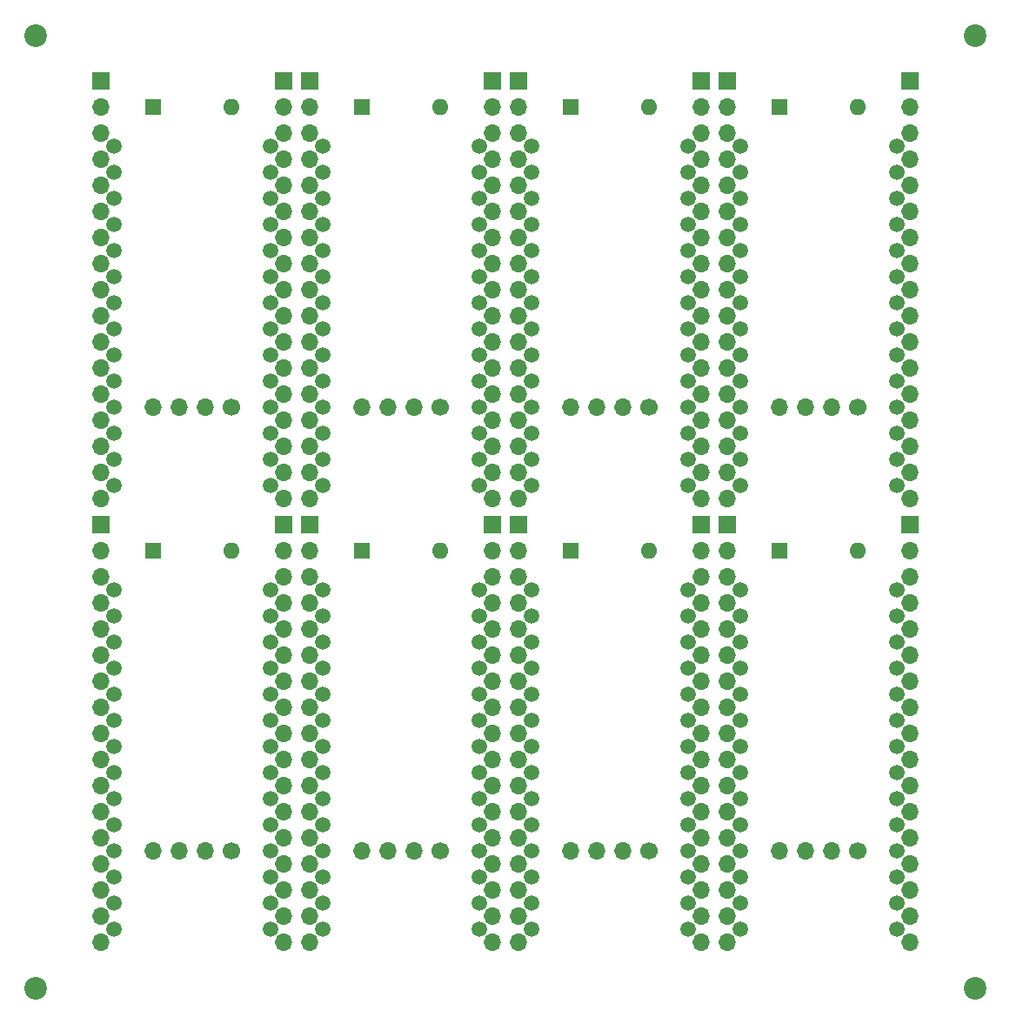
<source format=gbs>
%TF.GenerationSoftware,KiCad,Pcbnew,8.0.6*%
%TF.CreationDate,2024-10-27T05:06:58+09:00*%
%TF.ProjectId,rp27c512-panel,72703237-6335-4313-922d-70616e656c2e,rev?*%
%TF.SameCoordinates,Original*%
%TF.FileFunction,Soldermask,Bot*%
%TF.FilePolarity,Negative*%
%FSLAX46Y46*%
G04 Gerber Fmt 4.6, Leading zero omitted, Abs format (unit mm)*
G04 Created by KiCad (PCBNEW 8.0.6) date 2024-10-27 05:06:58*
%MOMM*%
%LPD*%
G01*
G04 APERTURE LIST*
%ADD10C,2.200000*%
%ADD11O,1.700000X1.700000*%
%ADD12R,1.700000X1.700000*%
%ADD13C,1.500000*%
%ADD14C,1.700000*%
%ADD15O,1.600000X1.600000*%
%ADD16R,1.600000X1.600000*%
G04 APERTURE END LIST*
D10*
%TO.C,REF\u002A\u002A*%
X81280000Y-53975000D03*
%TD*%
%TO.C,REF\u002A\u002A*%
X81280000Y-146685000D03*
%TD*%
%TO.C,REF\u002A\u002A*%
X172720000Y-146685000D03*
%TD*%
%TO.C,REF\u002A\u002A*%
X172720000Y-53975000D03*
%TD*%
D11*
%TO.C,J2*%
X166370000Y-142240000D03*
X166370000Y-139700000D03*
X166370000Y-137160000D03*
X166370000Y-134620000D03*
X166370000Y-132080000D03*
X166370000Y-129540000D03*
X166370000Y-127000000D03*
X166370000Y-124460000D03*
X166370000Y-121920000D03*
X166370000Y-119380000D03*
X166370000Y-116840000D03*
X166370000Y-114300000D03*
X166370000Y-111760000D03*
X166370000Y-109220000D03*
X166370000Y-106680000D03*
X166370000Y-104140000D03*
D12*
X166370000Y-101600000D03*
%TD*%
D11*
%TO.C,J1*%
X148590000Y-142240000D03*
X148590000Y-139700000D03*
X148590000Y-137160000D03*
X148590000Y-134620000D03*
X148590000Y-132080000D03*
X148590000Y-129540000D03*
X148590000Y-127000000D03*
X148590000Y-124460000D03*
X148590000Y-121920000D03*
X148590000Y-119380000D03*
X148590000Y-116840000D03*
X148590000Y-114300000D03*
X148590000Y-111760000D03*
X148590000Y-109220000D03*
X148590000Y-106680000D03*
X148590000Y-104140000D03*
D12*
X148590000Y-101600000D03*
%TD*%
D13*
%TO.C,U1*%
X165100000Y-107950000D03*
X165100000Y-110490000D03*
X165100000Y-113030000D03*
X165100000Y-115570000D03*
X165100000Y-118110000D03*
X165100000Y-120650000D03*
X165100000Y-123190000D03*
X165100000Y-125730000D03*
X165100000Y-128270000D03*
X165100000Y-130810000D03*
X165100000Y-133350000D03*
X165100000Y-135890000D03*
X165100000Y-138430000D03*
X165100000Y-140970000D03*
X149860000Y-140970000D03*
X149860000Y-138430000D03*
X149860000Y-135890000D03*
X149860000Y-133350000D03*
X149860000Y-130810000D03*
X149860000Y-128270000D03*
X149860000Y-125730000D03*
X149860000Y-123190000D03*
X149860000Y-120650000D03*
X149860000Y-118110000D03*
X149860000Y-115570000D03*
X149860000Y-113030000D03*
X149860000Y-110490000D03*
X149860000Y-107950000D03*
%TD*%
D11*
%TO.C,J3*%
X153670000Y-133350000D03*
X156210000Y-133350000D03*
X158750000Y-133350000D03*
D14*
X161290000Y-133350000D03*
%TD*%
D15*
%TO.C,D1*%
X161290000Y-104140000D03*
D16*
X153670000Y-104140000D03*
%TD*%
D11*
%TO.C,J2*%
X146050000Y-142240000D03*
X146050000Y-139700000D03*
X146050000Y-137160000D03*
X146050000Y-134620000D03*
X146050000Y-132080000D03*
X146050000Y-129540000D03*
X146050000Y-127000000D03*
X146050000Y-124460000D03*
X146050000Y-121920000D03*
X146050000Y-119380000D03*
X146050000Y-116840000D03*
X146050000Y-114300000D03*
X146050000Y-111760000D03*
X146050000Y-109220000D03*
X146050000Y-106680000D03*
X146050000Y-104140000D03*
D12*
X146050000Y-101600000D03*
%TD*%
D11*
%TO.C,J1*%
X128270000Y-142240000D03*
X128270000Y-139700000D03*
X128270000Y-137160000D03*
X128270000Y-134620000D03*
X128270000Y-132080000D03*
X128270000Y-129540000D03*
X128270000Y-127000000D03*
X128270000Y-124460000D03*
X128270000Y-121920000D03*
X128270000Y-119380000D03*
X128270000Y-116840000D03*
X128270000Y-114300000D03*
X128270000Y-111760000D03*
X128270000Y-109220000D03*
X128270000Y-106680000D03*
X128270000Y-104140000D03*
D12*
X128270000Y-101600000D03*
%TD*%
D13*
%TO.C,U1*%
X144780000Y-107950000D03*
X144780000Y-110490000D03*
X144780000Y-113030000D03*
X144780000Y-115570000D03*
X144780000Y-118110000D03*
X144780000Y-120650000D03*
X144780000Y-123190000D03*
X144780000Y-125730000D03*
X144780000Y-128270000D03*
X144780000Y-130810000D03*
X144780000Y-133350000D03*
X144780000Y-135890000D03*
X144780000Y-138430000D03*
X144780000Y-140970000D03*
X129540000Y-140970000D03*
X129540000Y-138430000D03*
X129540000Y-135890000D03*
X129540000Y-133350000D03*
X129540000Y-130810000D03*
X129540000Y-128270000D03*
X129540000Y-125730000D03*
X129540000Y-123190000D03*
X129540000Y-120650000D03*
X129540000Y-118110000D03*
X129540000Y-115570000D03*
X129540000Y-113030000D03*
X129540000Y-110490000D03*
X129540000Y-107950000D03*
%TD*%
D11*
%TO.C,J3*%
X133350000Y-133350000D03*
X135890000Y-133350000D03*
X138430000Y-133350000D03*
D14*
X140970000Y-133350000D03*
%TD*%
D15*
%TO.C,D1*%
X140970000Y-104140000D03*
D16*
X133350000Y-104140000D03*
%TD*%
D11*
%TO.C,J2*%
X125730000Y-142240000D03*
X125730000Y-139700000D03*
X125730000Y-137160000D03*
X125730000Y-134620000D03*
X125730000Y-132080000D03*
X125730000Y-129540000D03*
X125730000Y-127000000D03*
X125730000Y-124460000D03*
X125730000Y-121920000D03*
X125730000Y-119380000D03*
X125730000Y-116840000D03*
X125730000Y-114300000D03*
X125730000Y-111760000D03*
X125730000Y-109220000D03*
X125730000Y-106680000D03*
X125730000Y-104140000D03*
D12*
X125730000Y-101600000D03*
%TD*%
D11*
%TO.C,J1*%
X107950000Y-142240000D03*
X107950000Y-139700000D03*
X107950000Y-137160000D03*
X107950000Y-134620000D03*
X107950000Y-132080000D03*
X107950000Y-129540000D03*
X107950000Y-127000000D03*
X107950000Y-124460000D03*
X107950000Y-121920000D03*
X107950000Y-119380000D03*
X107950000Y-116840000D03*
X107950000Y-114300000D03*
X107950000Y-111760000D03*
X107950000Y-109220000D03*
X107950000Y-106680000D03*
X107950000Y-104140000D03*
D12*
X107950000Y-101600000D03*
%TD*%
D13*
%TO.C,U1*%
X124460000Y-107950000D03*
X124460000Y-110490000D03*
X124460000Y-113030000D03*
X124460000Y-115570000D03*
X124460000Y-118110000D03*
X124460000Y-120650000D03*
X124460000Y-123190000D03*
X124460000Y-125730000D03*
X124460000Y-128270000D03*
X124460000Y-130810000D03*
X124460000Y-133350000D03*
X124460000Y-135890000D03*
X124460000Y-138430000D03*
X124460000Y-140970000D03*
X109220000Y-140970000D03*
X109220000Y-138430000D03*
X109220000Y-135890000D03*
X109220000Y-133350000D03*
X109220000Y-130810000D03*
X109220000Y-128270000D03*
X109220000Y-125730000D03*
X109220000Y-123190000D03*
X109220000Y-120650000D03*
X109220000Y-118110000D03*
X109220000Y-115570000D03*
X109220000Y-113030000D03*
X109220000Y-110490000D03*
X109220000Y-107950000D03*
%TD*%
D11*
%TO.C,J3*%
X113030000Y-133350000D03*
X115570000Y-133350000D03*
X118110000Y-133350000D03*
D14*
X120650000Y-133350000D03*
%TD*%
D15*
%TO.C,D1*%
X120650000Y-104140000D03*
D16*
X113030000Y-104140000D03*
%TD*%
D11*
%TO.C,J2*%
X105410000Y-142240000D03*
X105410000Y-139700000D03*
X105410000Y-137160000D03*
X105410000Y-134620000D03*
X105410000Y-132080000D03*
X105410000Y-129540000D03*
X105410000Y-127000000D03*
X105410000Y-124460000D03*
X105410000Y-121920000D03*
X105410000Y-119380000D03*
X105410000Y-116840000D03*
X105410000Y-114300000D03*
X105410000Y-111760000D03*
X105410000Y-109220000D03*
X105410000Y-106680000D03*
X105410000Y-104140000D03*
D12*
X105410000Y-101600000D03*
%TD*%
D11*
%TO.C,J1*%
X87630000Y-142240000D03*
X87630000Y-139700000D03*
X87630000Y-137160000D03*
X87630000Y-134620000D03*
X87630000Y-132080000D03*
X87630000Y-129540000D03*
X87630000Y-127000000D03*
X87630000Y-124460000D03*
X87630000Y-121920000D03*
X87630000Y-119380000D03*
X87630000Y-116840000D03*
X87630000Y-114300000D03*
X87630000Y-111760000D03*
X87630000Y-109220000D03*
X87630000Y-106680000D03*
X87630000Y-104140000D03*
D12*
X87630000Y-101600000D03*
%TD*%
D13*
%TO.C,U1*%
X104140000Y-107950000D03*
X104140000Y-110490000D03*
X104140000Y-113030000D03*
X104140000Y-115570000D03*
X104140000Y-118110000D03*
X104140000Y-120650000D03*
X104140000Y-123190000D03*
X104140000Y-125730000D03*
X104140000Y-128270000D03*
X104140000Y-130810000D03*
X104140000Y-133350000D03*
X104140000Y-135890000D03*
X104140000Y-138430000D03*
X104140000Y-140970000D03*
X88900000Y-140970000D03*
X88900000Y-138430000D03*
X88900000Y-135890000D03*
X88900000Y-133350000D03*
X88900000Y-130810000D03*
X88900000Y-128270000D03*
X88900000Y-125730000D03*
X88900000Y-123190000D03*
X88900000Y-120650000D03*
X88900000Y-118110000D03*
X88900000Y-115570000D03*
X88900000Y-113030000D03*
X88900000Y-110490000D03*
X88900000Y-107950000D03*
%TD*%
D11*
%TO.C,J3*%
X92710000Y-133350000D03*
X95250000Y-133350000D03*
X97790000Y-133350000D03*
D14*
X100330000Y-133350000D03*
%TD*%
D15*
%TO.C,D1*%
X100330000Y-104140000D03*
D16*
X92710000Y-104140000D03*
%TD*%
D11*
%TO.C,J2*%
X166370000Y-99060000D03*
X166370000Y-96520000D03*
X166370000Y-93980000D03*
X166370000Y-91440000D03*
X166370000Y-88900000D03*
X166370000Y-86360000D03*
X166370000Y-83820000D03*
X166370000Y-81280000D03*
X166370000Y-78740000D03*
X166370000Y-76200000D03*
X166370000Y-73660000D03*
X166370000Y-71120000D03*
X166370000Y-68580000D03*
X166370000Y-66040000D03*
X166370000Y-63500000D03*
X166370000Y-60960000D03*
D12*
X166370000Y-58420000D03*
%TD*%
D11*
%TO.C,J1*%
X148590000Y-99060000D03*
X148590000Y-96520000D03*
X148590000Y-93980000D03*
X148590000Y-91440000D03*
X148590000Y-88900000D03*
X148590000Y-86360000D03*
X148590000Y-83820000D03*
X148590000Y-81280000D03*
X148590000Y-78740000D03*
X148590000Y-76200000D03*
X148590000Y-73660000D03*
X148590000Y-71120000D03*
X148590000Y-68580000D03*
X148590000Y-66040000D03*
X148590000Y-63500000D03*
X148590000Y-60960000D03*
D12*
X148590000Y-58420000D03*
%TD*%
D13*
%TO.C,U1*%
X165100000Y-64770000D03*
X165100000Y-67310000D03*
X165100000Y-69850000D03*
X165100000Y-72390000D03*
X165100000Y-74930000D03*
X165100000Y-77470000D03*
X165100000Y-80010000D03*
X165100000Y-82550000D03*
X165100000Y-85090000D03*
X165100000Y-87630000D03*
X165100000Y-90170000D03*
X165100000Y-92710000D03*
X165100000Y-95250000D03*
X165100000Y-97790000D03*
X149860000Y-97790000D03*
X149860000Y-95250000D03*
X149860000Y-92710000D03*
X149860000Y-90170000D03*
X149860000Y-87630000D03*
X149860000Y-85090000D03*
X149860000Y-82550000D03*
X149860000Y-80010000D03*
X149860000Y-77470000D03*
X149860000Y-74930000D03*
X149860000Y-72390000D03*
X149860000Y-69850000D03*
X149860000Y-67310000D03*
X149860000Y-64770000D03*
%TD*%
D11*
%TO.C,J3*%
X153670000Y-90170000D03*
X156210000Y-90170000D03*
X158750000Y-90170000D03*
D14*
X161290000Y-90170000D03*
%TD*%
D15*
%TO.C,D1*%
X161290000Y-60960000D03*
D16*
X153670000Y-60960000D03*
%TD*%
D11*
%TO.C,J2*%
X146050000Y-99060000D03*
X146050000Y-96520000D03*
X146050000Y-93980000D03*
X146050000Y-91440000D03*
X146050000Y-88900000D03*
X146050000Y-86360000D03*
X146050000Y-83820000D03*
X146050000Y-81280000D03*
X146050000Y-78740000D03*
X146050000Y-76200000D03*
X146050000Y-73660000D03*
X146050000Y-71120000D03*
X146050000Y-68580000D03*
X146050000Y-66040000D03*
X146050000Y-63500000D03*
X146050000Y-60960000D03*
D12*
X146050000Y-58420000D03*
%TD*%
D11*
%TO.C,J1*%
X128270000Y-99060000D03*
X128270000Y-96520000D03*
X128270000Y-93980000D03*
X128270000Y-91440000D03*
X128270000Y-88900000D03*
X128270000Y-86360000D03*
X128270000Y-83820000D03*
X128270000Y-81280000D03*
X128270000Y-78740000D03*
X128270000Y-76200000D03*
X128270000Y-73660000D03*
X128270000Y-71120000D03*
X128270000Y-68580000D03*
X128270000Y-66040000D03*
X128270000Y-63500000D03*
X128270000Y-60960000D03*
D12*
X128270000Y-58420000D03*
%TD*%
D13*
%TO.C,U1*%
X144780000Y-64770000D03*
X144780000Y-67310000D03*
X144780000Y-69850000D03*
X144780000Y-72390000D03*
X144780000Y-74930000D03*
X144780000Y-77470000D03*
X144780000Y-80010000D03*
X144780000Y-82550000D03*
X144780000Y-85090000D03*
X144780000Y-87630000D03*
X144780000Y-90170000D03*
X144780000Y-92710000D03*
X144780000Y-95250000D03*
X144780000Y-97790000D03*
X129540000Y-97790000D03*
X129540000Y-95250000D03*
X129540000Y-92710000D03*
X129540000Y-90170000D03*
X129540000Y-87630000D03*
X129540000Y-85090000D03*
X129540000Y-82550000D03*
X129540000Y-80010000D03*
X129540000Y-77470000D03*
X129540000Y-74930000D03*
X129540000Y-72390000D03*
X129540000Y-69850000D03*
X129540000Y-67310000D03*
X129540000Y-64770000D03*
%TD*%
D11*
%TO.C,J3*%
X133350000Y-90170000D03*
X135890000Y-90170000D03*
X138430000Y-90170000D03*
D14*
X140970000Y-90170000D03*
%TD*%
D15*
%TO.C,D1*%
X140970000Y-60960000D03*
D16*
X133350000Y-60960000D03*
%TD*%
D11*
%TO.C,J2*%
X125730000Y-99060000D03*
X125730000Y-96520000D03*
X125730000Y-93980000D03*
X125730000Y-91440000D03*
X125730000Y-88900000D03*
X125730000Y-86360000D03*
X125730000Y-83820000D03*
X125730000Y-81280000D03*
X125730000Y-78740000D03*
X125730000Y-76200000D03*
X125730000Y-73660000D03*
X125730000Y-71120000D03*
X125730000Y-68580000D03*
X125730000Y-66040000D03*
X125730000Y-63500000D03*
X125730000Y-60960000D03*
D12*
X125730000Y-58420000D03*
%TD*%
D11*
%TO.C,J1*%
X107950000Y-99060000D03*
X107950000Y-96520000D03*
X107950000Y-93980000D03*
X107950000Y-91440000D03*
X107950000Y-88900000D03*
X107950000Y-86360000D03*
X107950000Y-83820000D03*
X107950000Y-81280000D03*
X107950000Y-78740000D03*
X107950000Y-76200000D03*
X107950000Y-73660000D03*
X107950000Y-71120000D03*
X107950000Y-68580000D03*
X107950000Y-66040000D03*
X107950000Y-63500000D03*
X107950000Y-60960000D03*
D12*
X107950000Y-58420000D03*
%TD*%
D13*
%TO.C,U1*%
X124460000Y-64770000D03*
X124460000Y-67310000D03*
X124460000Y-69850000D03*
X124460000Y-72390000D03*
X124460000Y-74930000D03*
X124460000Y-77470000D03*
X124460000Y-80010000D03*
X124460000Y-82550000D03*
X124460000Y-85090000D03*
X124460000Y-87630000D03*
X124460000Y-90170000D03*
X124460000Y-92710000D03*
X124460000Y-95250000D03*
X124460000Y-97790000D03*
X109220000Y-97790000D03*
X109220000Y-95250000D03*
X109220000Y-92710000D03*
X109220000Y-90170000D03*
X109220000Y-87630000D03*
X109220000Y-85090000D03*
X109220000Y-82550000D03*
X109220000Y-80010000D03*
X109220000Y-77470000D03*
X109220000Y-74930000D03*
X109220000Y-72390000D03*
X109220000Y-69850000D03*
X109220000Y-67310000D03*
X109220000Y-64770000D03*
%TD*%
D11*
%TO.C,J3*%
X113030000Y-90170000D03*
X115570000Y-90170000D03*
X118110000Y-90170000D03*
D14*
X120650000Y-90170000D03*
%TD*%
D15*
%TO.C,D1*%
X120650000Y-60960000D03*
D16*
X113030000Y-60960000D03*
%TD*%
D11*
%TO.C,J2*%
X105410000Y-99060000D03*
X105410000Y-96520000D03*
X105410000Y-93980000D03*
X105410000Y-91440000D03*
X105410000Y-88900000D03*
X105410000Y-86360000D03*
X105410000Y-83820000D03*
X105410000Y-81280000D03*
X105410000Y-78740000D03*
X105410000Y-76200000D03*
X105410000Y-73660000D03*
X105410000Y-71120000D03*
X105410000Y-68580000D03*
X105410000Y-66040000D03*
X105410000Y-63500000D03*
X105410000Y-60960000D03*
D12*
X105410000Y-58420000D03*
%TD*%
D11*
%TO.C,J3*%
X92710000Y-90170000D03*
X95250000Y-90170000D03*
X97790000Y-90170000D03*
D14*
X100330000Y-90170000D03*
%TD*%
D11*
%TO.C,J1*%
X87630000Y-99060000D03*
X87630000Y-96520000D03*
X87630000Y-93980000D03*
X87630000Y-91440000D03*
X87630000Y-88900000D03*
X87630000Y-86360000D03*
X87630000Y-83820000D03*
X87630000Y-81280000D03*
X87630000Y-78740000D03*
X87630000Y-76200000D03*
X87630000Y-73660000D03*
X87630000Y-71120000D03*
X87630000Y-68580000D03*
X87630000Y-66040000D03*
X87630000Y-63500000D03*
X87630000Y-60960000D03*
D12*
X87630000Y-58420000D03*
%TD*%
D13*
%TO.C,U1*%
X104140000Y-64770000D03*
X104140000Y-67310000D03*
X104140000Y-69850000D03*
X104140000Y-72390000D03*
X104140000Y-74930000D03*
X104140000Y-77470000D03*
X104140000Y-80010000D03*
X104140000Y-82550000D03*
X104140000Y-85090000D03*
X104140000Y-87630000D03*
X104140000Y-90170000D03*
X104140000Y-92710000D03*
X104140000Y-95250000D03*
X104140000Y-97790000D03*
X88900000Y-97790000D03*
X88900000Y-95250000D03*
X88900000Y-92710000D03*
X88900000Y-90170000D03*
X88900000Y-87630000D03*
X88900000Y-85090000D03*
X88900000Y-82550000D03*
X88900000Y-80010000D03*
X88900000Y-77470000D03*
X88900000Y-74930000D03*
X88900000Y-72390000D03*
X88900000Y-69850000D03*
X88900000Y-67310000D03*
X88900000Y-64770000D03*
%TD*%
D15*
%TO.C,D1*%
X100330000Y-60960000D03*
D16*
X92710000Y-60960000D03*
%TD*%
M02*

</source>
